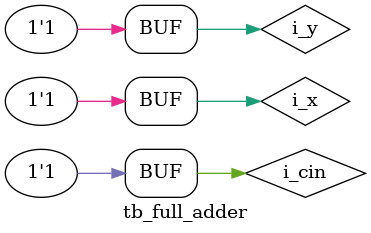
<source format=v>
`timescale 1ns/1ns
module tb_full_adder;
    reg i_x, i_y, i_cin;
    wire o_s, o_cout;

    full_adder f1(i_x, i_y, i_cin, o_s, o_cout);

    initial begin
        i_x = 1'b0; i_y = 1'b0; i_cin = 1'b0; #50
        i_x = 1'b0; i_y = 1'b0; i_cin = 1'b1; #50
        i_x = 1'b0; i_y = 1'b1; i_cin = 1'b0; #50
        i_x = 1'b0; i_y = 1'b1; i_cin = 1'b1; #50
        i_x = 1'b1; i_y = 1'b0; i_cin = 1'b0; #50
        i_x = 1'b1; i_y = 1'b0; i_cin = 1'b1; #50
        i_x = 1'b1; i_y = 1'b1; i_cin = 1'b0; #50
        i_x = 1'b1; i_y = 1'b1; i_cin = 1'b1;
    end

endmodule
</source>
